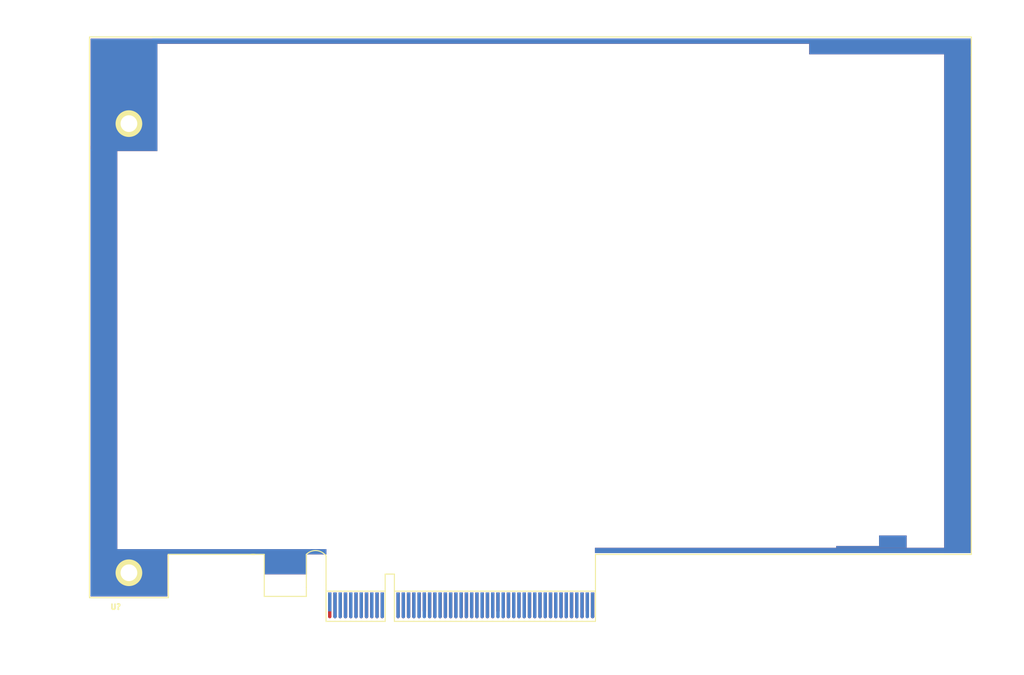
<source format=kicad_pcb>
(kicad_pcb (version 3) (host pcbnew "(2013-07-07 BZR 4022)-stable")

  (general
    (links 0)
    (no_connects 0)
    (area 88.498214 27.98144 338.975375 223.669939)
    (thickness 1.6)
    (drawings 16)
    (tracks 0)
    (zones 0)
    (modules 1)
    (nets 1)
  )

  (page A3)
  (layers
    (15 F.Cu signal)
    (0 B.Cu signal)
    (16 B.Adhes user)
    (17 F.Adhes user)
    (18 B.Paste user)
    (19 F.Paste user)
    (20 B.SilkS user)
    (21 F.SilkS user)
    (22 B.Mask user)
    (23 F.Mask user)
    (24 Dwgs.User user)
    (25 Cmts.User user)
    (26 Eco1.User user)
    (27 Eco2.User user)
    (28 Edge.Cuts user)
  )

  (setup
    (last_trace_width 0.254)
    (trace_clearance 0.254)
    (zone_clearance 0.508)
    (zone_45_only no)
    (trace_min 0.254)
    (segment_width 0.2)
    (edge_width 0.1)
    (via_size 0.889)
    (via_drill 0.635)
    (via_min_size 0.889)
    (via_min_drill 0.508)
    (uvia_size 0.508)
    (uvia_drill 0.127)
    (uvias_allowed no)
    (uvia_min_size 0.508)
    (uvia_min_drill 0.127)
    (pcb_text_width 0.3)
    (pcb_text_size 1.5 1.5)
    (mod_edge_width 0.2)
    (mod_text_size 1 1)
    (mod_text_width 0.15)
    (pad_size 8 4.8)
    (pad_drill 0.6)
    (pad_to_mask_clearance 0)
    (aux_axis_origin 0 0)
    (visible_elements 7FFFFFFF)
    (pcbplotparams
      (layerselection 3178497)
      (usegerberextensions true)
      (excludeedgelayer true)
      (linewidth 0.150000)
      (plotframeref false)
      (viasonmask false)
      (mode 1)
      (useauxorigin false)
      (hpglpennumber 1)
      (hpglpenspeed 20)
      (hpglpendiameter 15)
      (hpglpenoverlay 2)
      (psnegative false)
      (psa4output false)
      (plotreference true)
      (plotvalue true)
      (plotothertext true)
      (plotinvisibletext false)
      (padsonsilk false)
      (subtractmaskfromsilk false)
      (outputformat 1)
      (mirror false)
      (drillshape 1)
      (scaleselection 1)
      (outputdirectory ""))
  )

  (net 0 "")

  (net_class Default "This is the default net class."
    (clearance 0.254)
    (trace_width 0.254)
    (via_dia 0.889)
    (via_drill 0.635)
    (uvia_dia 0.508)
    (uvia_drill 0.127)
    (add_net "")
  )

  (module TOFE_8X_FullHeight (layer F.Cu) (tedit 561E1F81) (tstamp 561E26AC)
    (at 125.08484 196.68744)
    (path /5603FC64)
    (fp_text reference U? (at 5 1.75) (layer F.SilkS)
      (effects (font (size 1.016 1.016) (thickness 0.254)))
    )
    (fp_text value TOFE_VGA_Expansion_Board_8x_FullHeight (at 19.175 -10.75) (layer F.SilkS) hide
      (effects (font (size 1.016 1.016) (thickness 0.254)))
    )
    (fp_line (start 167.5 -8.25) (end 167.75 -8.25) (layer F.SilkS) (width 0.2))
    (fp_line (start 167.75 -8.25) (end 167.75 -8.55) (layer F.SilkS) (width 0.2))
    (fp_line (start 167.75 -66.55) (end 167.75 -8.575) (layer F.SilkS) (width 0.2))
    (fp_line (start 167.75 -70.9) (end 167.75 -66.55) (layer F.SilkS) (width 0.2))
    (fp_line (start 167.75 -89.1) (end 167.75 -70.9) (layer F.SilkS) (width 0.2))
    (fp_line (start 167.75 -103.225) (end 167.75 -89.15) (layer F.SilkS) (width 0.2))
    (fp_line (start 167.75 -106.275) (end 167.75 -103.225) (layer F.SilkS) (width 0.2))
    (fp_line (start 167.475 -106.75) (end 167.75 -106.75) (layer F.SilkS) (width 0.2))
    (fp_line (start 167.75 -106.75) (end 167.75 -106.275) (layer F.SilkS) (width 0.2))
    (fp_line (start 45 4.5) (end 45 -2.5) (layer F.SilkS) (width 0.2))
    (fp_line (start 45 -2.5) (end 45 -8) (layer F.SilkS) (width 0.2))
    (fp_line (start 45 -8) (end 44.75 -8.25) (layer F.SilkS) (width 0.2))
    (fp_arc (start 43 -6.5) (end 41.25 -8.25) (angle 90) (layer F.SilkS) (width 0.2))
    (fp_line (start 96.25 -8.25) (end 167.5 -8.25) (layer F.SilkS) (width 0.2))
    (fp_line (start 96.25 -0.75) (end 96.25 -8.25) (layer F.SilkS) (width 0.2))
    (fp_line (start 33.25 -0.25) (end 41.25 -0.25) (layer F.SilkS) (width 0.2))
    (fp_line (start 41.25 -2) (end 41.25 -0.25) (layer F.SilkS) (width 0.2))
    (fp_line (start 41.25 -2) (end 41.25 -8.25) (layer F.SilkS) (width 0.2))
    (fp_line (start 33.25 -0.25) (end 33.25 -8.25) (layer F.SilkS) (width 0.2))
    (fp_line (start 33.25 -8.25) (end 30.75 -8.25) (layer F.SilkS) (width 0.2))
    (fp_line (start 31.5 -8.25) (end 31 -8.25) (layer F.SilkS) (width 0.2))
    (fp_line (start 0 -0.25) (end 0 0) (layer F.SilkS) (width 0.2))
    (fp_line (start 0 0) (end 15 0) (layer F.SilkS) (width 0.2))
    (fp_line (start 15 0) (end 15 -0.25) (layer F.SilkS) (width 0.2))
    (fp_line (start 0 -0.25) (end 0 -106.75) (layer F.SilkS) (width 0.2))
    (fp_line (start 15 -0.25) (end 15 -8.25) (layer F.SilkS) (width 0.2))
    (fp_line (start 15 -8.25) (end 31.25 -8.25) (layer F.SilkS) (width 0.2))
    (fp_line (start 167.5 -106.75) (end 0 -106.75) (layer F.SilkS) (width 0.2))
    (fp_line (start 96.25 -1.25) (end 58 -1.25) (layer F.SilkS) (width 0.2))
    (fp_line (start 96.25 4.5) (end 96.25 -1.25) (layer F.SilkS) (width 0.2))
    (fp_line (start 58 4.5) (end 96.25 4.5) (layer F.SilkS) (width 0.2))
    (fp_line (start 58 -4.5) (end 58 4.5) (layer F.SilkS) (width 0.2))
    (fp_line (start 56.25 -4.5) (end 58 -4.5) (layer F.SilkS) (width 0.2))
    (fp_line (start 56.25 -4.5) (end 56.25 4.5) (layer F.SilkS) (width 0.2))
    (fp_line (start 56.25 -1.25) (end 45 -1.25) (layer F.SilkS) (width 0.2))
    (fp_line (start 45 4.5) (end 56.25 4.5) (layer F.SilkS) (width 0.2))
    (pad "" connect circle (at 64.6996 3.60124) (size 0.65024 0.65024)
      (layers F.Cu F.Mask)
    )
    (pad B1 connect rect (at 45.7004 1.3) (size 0.65024 4.59994)
      (layers F.Cu B.Mask)
    )
    (pad B2 connect rect (at 46.70116 1.3) (size 0.65024 4.59994)
      (layers F.Cu B.Mask)
    )
    (pad B3 connect rect (at 47.69938 1.3) (size 0.65024 4.59994)
      (layers F.Cu B.Mask)
    )
    (pad B4 connect rect (at 48.70014 1.3) (size 0.65024 4.59994)
      (layers F.Cu B.Mask)
    )
    (pad B5 connect rect (at 49.7009 1.3) (size 0.65024 4.59994)
      (layers F.Cu B.Mask)
    )
    (pad B6 connect rect (at 50.69912 1.3) (size 0.65024 4.59994)
      (layers F.Cu B.Mask)
    )
    (pad B7 connect rect (at 51.69988 1.3) (size 0.65024 4.59994)
      (layers F.Cu B.Mask)
    )
    (pad B8 connect rect (at 52.70064 1.3) (size 0.65024 4.59994)
      (layers F.Cu B.Mask)
    )
    (pad B9 connect rect (at 53.69886 1.3) (size 0.65024 4.59994)
      (layers F.Cu B.Mask)
    )
    (pad B10 connect rect (at 54.69962 1.3) (size 0.65024 4.59994)
      (layers F.Cu B.Mask)
    )
    (pad B11 connect rect (at 55.70038 1.3) (size 0.65024 4.59994)
      (layers F.Cu B.Mask)
    )
    (pad B14 connect rect (at 60.6991 1.3) (size 0.65024 4.59994)
      (layers F.Cu B.Mask)
    )
    (pad B15 connect rect (at 61.69986 1.3) (size 0.65024 4.59994)
      (layers F.Cu B.Mask)
    )
    (pad B16 connect rect (at 62.70062 1.3) (size 0.65024 4.59994)
      (layers F.Cu B.Mask)
    )
    (pad B17 connect rect (at 63.69884 0.79962) (size 0.65024 3.59918)
      (layers F.Cu B.Mask)
    )
    (pad B18 connect rect (at 64.6996 1.3) (size 0.65024 4.59994)
      (layers F.Cu B.Mask)
    )
    (pad B12 connect rect (at 58.70012 1.3) (size 0.65024 4.59994)
      (layers F.Cu B.Mask)
    )
    (pad B13 connect rect (at 59.70088 1.3) (size 0.65024 4.59994)
      (layers F.Cu B.Mask)
    )
    (pad A1 connect rect (at 45.7004 0.79962) (size 0.65024 3.59918)
      (layers B.Cu B.Mask)
    )
    (pad A2 connect rect (at 46.70116 1.3) (size 0.65024 4.59994)
      (layers B.Cu B.Mask)
    )
    (pad A3 connect rect (at 47.69938 1.3) (size 0.65024 4.59994)
      (layers B.Cu B.Mask)
    )
    (pad A4 connect rect (at 48.70014 1.3) (size 0.65024 4.59994)
      (layers B.Cu B.Mask)
    )
    (pad A5 connect rect (at 49.7009 1.3) (size 0.65024 4.59994)
      (layers B.Cu B.Mask)
    )
    (pad A6 connect rect (at 50.69912 1.3) (size 0.65024 4.59994)
      (layers B.Cu B.Mask)
    )
    (pad A7 connect rect (at 51.69988 1.3) (size 0.65024 4.59994)
      (layers B.Cu B.Mask)
    )
    (pad A8 connect rect (at 52.70064 1.3) (size 0.65024 4.59994)
      (layers B.Cu B.Mask)
    )
    (pad A9 connect rect (at 53.69886 1.3) (size 0.65024 4.59994)
      (layers B.Cu B.Mask)
    )
    (pad A10 connect rect (at 54.69962 1.3) (size 0.65024 4.59994)
      (layers B.Cu B.Mask)
    )
    (pad A11 connect rect (at 55.70038 1.3) (size 0.65024 4.59994)
      (layers B.Cu B.Mask)
    )
    (pad A14 connect rect (at 60.6991 1.3) (size 0.65024 4.59994)
      (layers B.Cu B.Mask)
    )
    (pad A15 connect rect (at 61.69986 1.3) (size 0.65024 4.59994)
      (layers B.Cu B.Mask)
    )
    (pad A16 connect rect (at 62.70062 1.3) (size 0.65024 4.59994)
      (layers B.Cu B.Mask)
    )
    (pad A17 connect rect (at 63.69884 1.3) (size 0.65024 4.59994)
      (layers B.Cu B.Mask)
    )
    (pad A18 connect rect (at 64.7 1.3) (size 0.65024 4.59994)
      (layers B.Cu B.Mask)
    )
    (pad A12 connect rect (at 58.70012 1.3) (size 0.65024 4.59994)
      (layers B.Cu B.Mask)
    )
    (pad A13 connect rect (at 59.70088 1.3) (size 0.65024 4.59994)
      (layers B.Cu B.Mask)
    )
    (pad "" connect circle (at 47.69938 3.60124) (size 0.65024 0.65024)
      (layers F.Cu F.Mask)
    )
    (pad "" connect circle (at 48.70014 3.60124) (size 0.65024 0.65024)
      (layers F.Cu F.Mask)
    )
    (pad "" connect circle (at 49.7009 3.60124) (size 0.65024 0.65024)
      (layers F.Cu F.Mask)
    )
    (pad "" connect circle (at 50.69912 3.60124) (size 0.65024 0.65024)
      (layers F.Cu F.Mask)
    )
    (pad "" connect circle (at 51.69988 3.60124) (size 0.65024 0.65024)
      (layers F.Cu F.Mask)
    )
    (pad "" connect circle (at 52.70064 3.60124) (size 0.65024 0.65024)
      (layers F.Cu F.Mask)
    )
    (pad "" connect circle (at 53.69886 3.60124) (size 0.65024 0.65024)
      (layers F.Cu F.Mask)
    )
    (pad "" connect circle (at 54.69962 3.60124) (size 0.65024 0.65024)
      (layers F.Cu F.Mask)
    )
    (pad "" connect circle (at 55.70038 3.60124) (size 0.65024 0.65024)
      (layers F.Cu F.Mask)
    )
    (pad "" connect circle (at 45.7004 3.60124) (size 0.65024 0.65024)
      (layers F.Cu F.Mask)
    )
    (pad "" connect circle (at 58.70012 3.60124) (size 0.65024 0.65024)
      (layers F.Cu F.Mask)
    )
    (pad "" connect circle (at 59.70088 3.60124) (size 0.65024 0.65024)
      (layers F.Cu F.Mask)
    )
    (pad "" connect circle (at 60.6991 3.60124) (size 0.65024 0.65024)
      (layers F.Cu F.Mask)
    )
    (pad "" connect circle (at 61.69986 3.60124) (size 0.65024 0.65024)
      (layers F.Cu F.Mask)
    )
    (pad "" connect circle (at 62.70062 3.60124) (size 0.65024 0.65024)
      (layers F.Cu F.Mask)
    )
    (pad "" connect circle (at 46.70116 3.60124) (size 0.65024 0.65024)
      (layers F.Cu F.Mask)
    )
    (pad "" connect oval (at 48.70014 3.60124 90) (size 0.65024 0.65024)
      (layers B.Cu B.Mask)
    )
    (pad "" connect oval (at 49.7009 3.60124 90) (size 0.65024 0.65024)
      (layers B.Cu B.Mask)
    )
    (pad "" connect oval (at 50.69912 3.60124 90) (size 0.65024 0.65024)
      (layers B.Cu B.Mask)
    )
    (pad "" connect oval (at 51.69988 3.60124 90) (size 0.65024 0.65024)
      (layers B.Cu B.Mask)
    )
    (pad "" connect oval (at 52.70064 3.60124 90) (size 0.65024 0.65024)
      (layers B.Cu B.Mask)
    )
    (pad "" connect oval (at 53.69886 3.60124 90) (size 0.65024 0.65024)
      (layers B.Cu B.Mask)
    )
    (pad "" connect oval (at 54.69962 3.60124 90) (size 0.65024 0.65024)
      (layers B.Cu B.Mask)
    )
    (pad "" connect oval (at 60.6991 3.60124 90) (size 0.65024 0.65024)
      (layers B.Cu B.Mask)
    )
    (pad "" connect oval (at 61.69986 3.60124 90) (size 0.65024 0.65024)
      (layers B.Cu B.Mask)
    )
    (pad "" connect oval (at 47.69938 3.60124 90) (size 0.65024 0.65024)
      (layers B.Cu B.Mask)
    )
    (pad "" connect oval (at 59.70088 3.60124 90) (size 0.65024 0.65024)
      (layers B.Cu B.Mask)
    )
    (pad "" connect oval (at 62.70062 3.60124 90) (size 0.65024 0.65024)
      (layers B.Cu B.Mask)
    )
    (pad "" connect oval (at 55.70038 3.60124 90) (size 0.65024 0.65024)
      (layers B.Cu B.Mask)
    )
    (pad "" connect oval (at 58.70012 3.60124 90) (size 0.65024 0.65024)
      (layers B.Cu B.Mask)
    )
    (pad "" connect oval (at 63.69884 3.60124 90) (size 0.65024 0.65024)
      (layers B.Cu B.Mask)
    )
    (pad "" connect oval (at 64.6996 3.60124 90) (size 0.65024 0.65024)
      (layers B.Cu B.Mask)
    )
    (pad "" connect oval (at 46.70116 3.60124 90) (size 0.65024 0.65024)
      (layers B.Cu B.Mask)
    )
    (pad B19 connect rect (at 65.7 1.3) (size 0.65024 4.59994)
      (layers F.Cu B.Mask)
    )
    (pad A19 connect rect (at 65.7 1.3) (size 0.65024 4.59994)
      (layers B.Cu B.Mask)
    )
    (pad A20 connect rect (at 66.7 1.3) (size 0.65024 4.59994)
      (layers B.Cu B.Mask)
    )
    (pad A21 connect rect (at 67.7 1.3) (size 0.65024 4.59994)
      (layers B.Cu B.Mask)
    )
    (pad A22 connect rect (at 68.7 1.3) (size 0.65024 4.59994)
      (layers B.Cu B.Mask)
    )
    (pad A23 connect rect (at 69.7 1.3) (size 0.65024 4.59994)
      (layers B.Cu B.Mask)
    )
    (pad A24 connect rect (at 70.7 1.3) (size 0.65024 4.59994)
      (layers B.Cu B.Mask)
    )
    (pad A25 connect rect (at 71.7 1.3) (size 0.65024 4.59994)
      (layers B.Cu B.Mask)
    )
    (pad A26 connect rect (at 72.7 1.3) (size 0.65024 4.59994)
      (layers B.Cu B.Mask)
    )
    (pad A27 connect rect (at 73.7 1.3) (size 0.65024 4.59994)
      (layers B.Cu B.Mask)
    )
    (pad A28 connect rect (at 74.7 1.3) (size 0.65024 4.59994)
      (layers B.Cu B.Mask)
    )
    (pad A29 connect rect (at 75.7 1.3) (size 0.65024 4.59994)
      (layers B.Cu B.Mask)
    )
    (pad A30 connect rect (at 76.7 1.3) (size 0.65024 4.59994)
      (layers B.Cu B.Mask)
    )
    (pad A31 connect rect (at 77.7 1.3) (size 0.65024 4.59994)
      (layers B.Cu B.Mask)
    )
    (pad A32 connect rect (at 78.7 1.3) (size 0.65024 4.59994)
      (layers B.Cu B.Mask)
    )
    (pad A33 connect rect (at 79.7 1.3) (size 0.65024 4.59994)
      (layers B.Cu B.Mask)
    )
    (pad A34 connect rect (at 80.7 1.3) (size 0.65024 4.59994)
      (layers B.Cu B.Mask)
    )
    (pad A35 connect rect (at 81.7 1.3) (size 0.65024 4.59994)
      (layers B.Cu B.Mask)
    )
    (pad A36 connect rect (at 82.7 1.3) (size 0.65024 4.59994)
      (layers B.Cu B.Mask)
    )
    (pad A37 connect rect (at 83.7 1.3) (size 0.65024 4.59994)
      (layers B.Cu B.Mask)
    )
    (pad A38 connect rect (at 84.7 1.3) (size 0.65024 4.59994)
      (layers B.Cu B.Mask)
    )
    (pad A39 connect rect (at 85.7 1.3) (size 0.65024 4.59994)
      (layers B.Cu B.Mask)
    )
    (pad A40 connect rect (at 86.7 1.3) (size 0.65024 4.59994)
      (layers B.Cu B.Mask)
    )
    (pad A41 connect rect (at 87.7 1.3) (size 0.65024 4.59994)
      (layers B.Cu B.Mask)
    )
    (pad A42 connect rect (at 88.7 1.3) (size 0.65024 4.59994)
      (layers B.Cu B.Mask)
    )
    (pad A43 connect rect (at 89.7 1.3) (size 0.65024 4.59994)
      (layers B.Cu B.Mask)
    )
    (pad A44 connect rect (at 90.7 1.3) (size 0.65024 4.59994)
      (layers B.Cu B.Mask)
    )
    (pad A45 connect rect (at 91.7 1.3) (size 0.65024 4.59994)
      (layers B.Cu B.Mask)
    )
    (pad A46 connect rect (at 92.7 1.3) (size 0.65024 4.59994)
      (layers B.Cu B.Mask)
    )
    (pad A47 connect rect (at 93.7 1.3) (size 0.65024 4.59994)
      (layers B.Cu B.Mask)
    )
    (pad A48 connect rect (at 94.7 1.3) (size 0.65024 4.59994)
      (layers B.Cu B.Mask)
    )
    (pad A49 connect rect (at 95.7 1.3) (size 0.65024 4.59994)
      (layers B.Cu B.Mask)
    )
    (pad B20 connect rect (at 66.7 1.3) (size 0.65024 4.59994)
      (layers F.Cu B.Mask)
    )
    (pad B21 connect rect (at 67.7 1.3) (size 0.65024 4.59994)
      (layers F.Cu B.Mask)
    )
    (pad B22 connect rect (at 68.7 1.3) (size 0.65024 4.59994)
      (layers F.Cu B.Mask)
    )
    (pad B23 connect rect (at 69.7 1.3) (size 0.65024 4.59994)
      (layers F.Cu B.Mask)
    )
    (pad B24 connect rect (at 70.7 1.3) (size 0.65024 4.59994)
      (layers F.Cu B.Mask)
    )
    (pad B25 connect rect (at 71.7 1.3) (size 0.65024 4.59994)
      (layers F.Cu B.Mask)
    )
    (pad B26 connect rect (at 72.7 1.3) (size 0.65024 4.59994)
      (layers F.Cu B.Mask)
    )
    (pad B27 connect rect (at 73.7 1.3) (size 0.65024 4.59994)
      (layers F.Cu B.Mask)
    )
    (pad B28 connect rect (at 74.7 1.3) (size 0.65024 4.59994)
      (layers F.Cu B.Mask)
    )
    (pad B29 connect rect (at 75.7 1.3) (size 0.65024 4.59994)
      (layers F.Cu B.Mask)
    )
    (pad B30 connect rect (at 76.7 1.3) (size 0.65024 4.59994)
      (layers F.Cu B.Mask)
    )
    (pad B31 connect rect (at 77.7 0.8) (size 0.65024 3.59918)
      (layers F.Cu B.Mask)
    )
    (pad B32 connect rect (at 78.7 1.3) (size 0.65024 4.59994)
      (layers F.Cu B.Mask)
    )
    (pad B33 connect rect (at 79.7 1.3) (size 0.65024 4.59994)
      (layers F.Cu B.Mask)
    )
    (pad B34 connect rect (at 80.7 1.3) (size 0.65024 4.59994)
      (layers F.Cu B.Mask)
    )
    (pad B35 connect rect (at 81.7 1.3) (size 0.65024 4.59994)
      (layers F.Cu B.Mask)
    )
    (pad B36 connect rect (at 82.7 1.3) (size 0.65024 4.59994)
      (layers F.Cu B.Mask)
    )
    (pad B37 connect rect (at 83.7 1.3) (size 0.65024 4.59994)
      (layers F.Cu B.Mask)
    )
    (pad B38 connect rect (at 84.7 1.3) (size 0.65024 4.59994)
      (layers F.Cu B.Mask)
    )
    (pad B39 connect rect (at 85.7 1.3) (size 0.65024 4.59994)
      (layers F.Cu B.Mask)
    )
    (pad B40 connect rect (at 86.7 1.3) (size 0.65024 4.59994)
      (layers F.Cu B.Mask)
    )
    (pad B41 connect rect (at 87.7 1.3) (size 0.65024 4.59994)
      (layers F.Cu B.Mask)
    )
    (pad B42 connect rect (at 88.7 1.3) (size 0.65024 4.59994)
      (layers F.Cu B.Mask)
    )
    (pad B43 connect rect (at 89.7 1.3) (size 0.65024 4.59994)
      (layers F.Cu B.Mask)
    )
    (pad B44 connect rect (at 90.7 1.3) (size 0.65024 4.59994)
      (layers F.Cu B.Mask)
    )
    (pad B45 connect rect (at 91.7 1.3) (size 0.65024 4.59994)
      (layers F.Cu B.Mask)
    )
    (pad B46 connect rect (at 92.7 1.3) (size 0.65024 4.59994)
      (layers F.Cu B.Mask)
    )
    (pad B47 connect rect (at 93.7 1.3) (size 0.65024 4.59994)
      (layers F.Cu B.Mask)
    )
    (pad B48 connect rect (at 94.7 0.8) (size 0.65024 3.59918)
      (layers F.Cu B.Mask)
    )
    (pad B49 connect rect (at 95.7 1.3) (size 0.65024 4.59994)
      (layers F.Cu B.Mask)
    )
    (pad "" connect oval (at 65.7 3.60124) (size 0.65024 0.65024)
      (layers F.Cu B.Mask)
    )
    (pad "" connect oval (at 66.7 3.60124) (size 0.65024 0.65024)
      (layers F.Cu B.Mask)
    )
    (pad "" connect oval (at 67.7 3.60124) (size 0.65024 0.65024)
      (layers F.Cu B.Mask)
    )
    (pad "" connect oval (at 68.7 3.60124) (size 0.65024 0.65024)
      (layers F.Cu B.Mask)
    )
    (pad "" connect oval (at 69.7 3.60124) (size 0.65024 0.65024)
      (layers F.Cu B.Mask)
    )
    (pad "" connect oval (at 70.7 3.60124) (size 0.65024 0.65024)
      (layers F.Cu B.Mask)
    )
    (pad "" connect oval (at 71.7 3.60124) (size 0.65024 0.65024)
      (layers F.Cu B.Mask)
    )
    (pad "" connect oval (at 72.7 3.60124) (size 0.65024 0.65024)
      (layers F.Cu B.Mask)
    )
    (pad "" connect oval (at 90.7 3.60124) (size 0.65024 0.65024)
      (layers F.Cu B.Mask)
    )
    (pad "" connect oval (at 73.7 3.60124) (size 0.65024 0.65024)
      (layers F.Cu B.Mask)
    )
    (pad "" connect oval (at 74.7 3.60124) (size 0.65024 0.65024)
      (layers F.Cu B.Mask)
    )
    (pad "" connect oval (at 75.7 3.60124) (size 0.65024 0.65024)
      (layers F.Cu B.Mask)
    )
    (pad "" connect oval (at 76.7 3.60124) (size 0.65024 0.65024)
      (layers F.Cu B.Mask)
    )
    (pad "" connect oval (at 78.7 3.60124) (size 0.65024 0.65024)
      (layers F.Cu B.Mask)
    )
    (pad "" connect oval (at 79.7 3.60124) (size 0.65024 0.65024)
      (layers F.Cu B.Mask)
    )
    (pad "" connect oval (at 80.7 3.60124) (size 0.65024 0.65024)
      (layers F.Cu B.Mask)
    )
    (pad "" connect oval (at 81.7 3.60124) (size 0.65024 0.65024)
      (layers F.Cu B.Mask)
    )
    (pad "" connect oval (at 82.7 3.60124) (size 0.65024 0.65024)
      (layers F.Cu B.Mask)
    )
    (pad "" connect oval (at 91.7 3.60124) (size 0.65024 0.65024)
      (layers F.Cu B.Mask)
    )
    (pad "" connect oval (at 83.7 3.60124) (size 0.65024 0.65024)
      (layers F.Cu B.Mask)
    )
    (pad "" connect oval (at 84.7 3.60124) (size 0.65024 0.65024)
      (layers F.Cu B.Mask)
    )
    (pad "" connect oval (at 85.7 3.60124) (size 0.65024 0.65024)
      (layers F.Cu B.Mask)
    )
    (pad "" connect oval (at 86.7 3.60124) (size 0.65024 0.65024)
      (layers F.Cu B.Mask)
    )
    (pad "" connect oval (at 87.7 3.60124) (size 0.65024 0.65024)
      (layers F.Cu B.Mask)
    )
    (pad "" connect oval (at 88.7 3.60124) (size 0.65024 0.65024)
      (layers F.Cu B.Mask)
    )
    (pad "" connect oval (at 89.7 3.60124) (size 0.65024 0.65024)
      (layers F.Cu B.Mask)
    )
    (pad "" connect oval (at 92.7 3.60124) (size 0.65024 0.65024)
      (layers F.Cu B.Mask)
    )
    (pad "" connect oval (at 93.7 3.60124) (size 0.65024 0.65024)
      (layers F.Cu B.Mask)
    )
    (pad "" connect oval (at 95.7 3.60124) (size 0.65024 0.65024)
      (layers F.Cu B.Mask)
    )
    (pad "" connect oval (at 65.7 3.60124 90) (size 0.65024 0.65024)
      (layers B.Cu B.Mask)
    )
    (pad "" connect oval (at 66.7 3.60124 90) (size 0.65024 0.65024)
      (layers B.Cu B.Mask)
    )
    (pad "" connect oval (at 67.7 3.60124 90) (size 0.65024 0.65024)
      (layers B.Cu B.Mask)
    )
    (pad "" connect oval (at 68.7 3.60124 90) (size 0.65024 0.65024)
      (layers B.Cu B.Mask)
    )
    (pad "" connect oval (at 69.7 3.60124 90) (size 0.65024 0.65024)
      (layers B.Cu B.Mask)
    )
    (pad "" connect oval (at 70.7 3.60124 90) (size 0.65024 0.65024)
      (layers B.Cu B.Mask)
    )
    (pad "" connect oval (at 71.7 3.60124 90) (size 0.65024 0.65024)
      (layers B.Cu B.Mask)
    )
    (pad "" connect oval (at 72.7 3.60124 90) (size 0.65024 0.65024)
      (layers B.Cu B.Mask)
    )
    (pad "" connect oval (at 73.7 3.60124 90) (size 0.65024 0.65024)
      (layers B.Cu B.Mask)
    )
    (pad "" connect oval (at 74.7 3.60124 90) (size 0.65024 0.65024)
      (layers B.Cu B.Mask)
    )
    (pad "" connect oval (at 75.7 3.60124 90) (size 0.65024 0.65024)
      (layers B.Cu B.Mask)
    )
    (pad "" connect oval (at 76.7 3.60124 90) (size 0.65024 0.65024)
      (layers B.Cu B.Mask)
    )
    (pad "" connect oval (at 77.7 3.60124 90) (size 0.65024 0.65024)
      (layers B.Cu B.Mask)
    )
    (pad "" connect oval (at 78.7 3.60124 90) (size 0.65024 0.65024)
      (layers B.Cu B.Mask)
    )
    (pad "" connect oval (at 79.7 3.60124 90) (size 0.65024 0.65024)
      (layers B.Cu B.Mask)
    )
    (pad "" connect oval (at 80.7 3.60124 90) (size 0.65024 0.65024)
      (layers B.Cu B.Mask)
    )
    (pad "" connect oval (at 81.7 3.60124 90) (size 0.65024 0.65024)
      (layers B.Cu B.Mask)
    )
    (pad "" connect oval (at 82.7 3.60124 90) (size 0.65024 0.65024)
      (layers B.Cu B.Mask)
    )
    (pad "" connect oval (at 83.7 3.60124 90) (size 0.65024 0.65024)
      (layers B.Cu B.Mask)
    )
    (pad "" connect oval (at 84.7 3.60124 90) (size 0.65024 0.65024)
      (layers B.Cu B.Mask)
    )
    (pad "" connect oval (at 85.7 3.60124 90) (size 0.65024 0.65024)
      (layers B.Cu B.Mask)
    )
    (pad "" connect oval (at 86.7 3.60124 90) (size 0.65024 0.65024)
      (layers B.Cu B.Mask)
    )
    (pad "" connect oval (at 87.7 3.60124 90) (size 0.65024 0.65024)
      (layers B.Cu B.Mask)
    )
    (pad "" connect oval (at 88.7 3.60124 90) (size 0.65024 0.65024)
      (layers B.Cu B.Mask)
    )
    (pad "" connect oval (at 89.7 3.60124 90) (size 0.65024 0.65024)
      (layers B.Cu B.Mask)
    )
    (pad "" connect oval (at 90.7 3.60124 90) (size 0.65024 0.65024)
      (layers B.Cu B.Mask)
    )
    (pad "" connect oval (at 91.7 3.60124 90) (size 0.65024 0.65024)
      (layers B.Cu B.Mask)
    )
    (pad "" connect oval (at 92.7 3.60124 90) (size 0.65024 0.65024)
      (layers B.Cu B.Mask)
    )
    (pad "" connect oval (at 93.7 3.60124 90) (size 0.65024 0.65024)
      (layers B.Cu B.Mask)
    )
    (pad "" connect oval (at 94.7 3.60124 90) (size 0.65024 0.65024)
      (layers B.Cu B.Mask)
    )
    (pad "" connect oval (at 95.7 3.60124 90) (size 0.65024 0.65024)
      (layers B.Cu B.Mask)
    )
    (pad "" smd rect (at 6.57 -95.73) (size 12.7 21.4)
      (layers F.Cu F.Paste F.Mask)
    )
    (pad "" smd rect (at 7.5 -4.75) (size 14.6 9)
      (layers F.Cu F.Paste F.Mask)
    )
    (pad "" smd rect (at 74.7 -105.95) (size 125 1)
      (layers F.Cu F.Paste F.Mask)
    )
    (pad "" smd rect (at 152.28 -104.95) (size 30.75 3)
      (layers F.Cu F.Paste F.Mask)
    )
    (pad "" smd rect (at 165.12 -56.95) (size 5.08 96.9)
      (layers F.Cu F.Paste F.Mask)
    )
    (pad "" smd rect (at 131.875 -9) (size 71.45 1)
      (layers F.Cu F.Paste F.Mask)
    )
    (pad "" smd rect (at 2.75 -47) (size 5.08 78)
      (layers F.Cu F.Paste F.Mask)
    )
    (pad "" smd rect (at 24.5 -8.75) (size 19.5 1)
      (layers F.Cu F.Paste F.Mask)
    )
    (pad "" smd rect (at 37.325 -6.85) (size 8 4.8)
      (layers F.Cu F.Paste F.Mask)
    )
    (pad "" smd rect (at 6.57 -95.73) (size 12.7 21.4)
      (layers B.Cu F.Paste F.Mask)
    )
    (pad "" smd rect (at 74.45 -105.95) (size 125 1)
      (layers B.Cu F.Paste F.Mask)
    )
    (pad "" smd rect (at 152.28 -104.95) (size 30.75 3)
      (layers B.Cu F.Paste F.Mask)
    )
    (pad "" smd rect (at 165.12 -56.92) (size 5.08 96.84)
      (layers B.Cu F.Paste F.Mask)
    )
    (pad "" smd rect (at 131.875 -9) (size 71.45 1)
      (layers B.Cu F.Paste F.Mask)
    )
    (pad "" smd rect (at 2.75 -46.36) (size 5.08 78)
      (layers B.Cu F.Paste F.Mask)
    )
    (pad "" smd rect (at 7.5 -4.75) (size 14.6 9)
      (layers B.Cu F.Paste F.Mask)
    )
    (pad "" smd rect (at 24.5 -8.75) (size 19.5 1)
      (layers B.Cu F.Paste F.Mask)
    )
    (pad "" smd rect (at 37.325 -6.85) (size 8 4.8)
      (layers B.Cu F.Paste F.Mask)
    )
    (pad "" smd rect (at 43.075 -8.75) (size 4 1)
      (layers B.Cu F.Paste F.Mask)
    )
    (pad "" smd rect (at 43.075 -8.75) (size 4 1)
      (layers F.Cu F.Paste F.Mask)
    )
    (pad "" thru_hole circle (at 7.5 -90.25) (size 5.08 5.08) (drill 3.18)
      (layers *.Cu *.Mask F.SilkS)
    )
    (pad "" thru_hole circle (at 7.5 -4.75) (size 5.08 5.08) (drill 3.18)
      (layers *.Cu *.Mask F.SilkS)
    )
    (pad "" smd rect (at 146.12 -9.67) (size 8.15 0.35)
      (layers F.Cu F.Paste F.Mask)
    )
    (pad "" smd rect (at 146.12 -9.67) (size 8.15 0.35)
      (layers B.Cu F.Paste F.Mask)
    )
    (pad "" smd rect (at 152.82 -10.67) (size 5.25 2.35)
      (layers B.Cu F.Paste F.Mask)
    )
    (pad "" smd rect (at 152.82 -10.67) (size 5.25 2.35)
      (layers F.Cu F.Paste F.Mask)
    )
  )

  (dimension 167.64 (width 0.3) (layer Dwgs.User)
    (gr_text "167.640 mm" (at 209.042 84.756004) (layer Dwgs.User)
      (effects (font (size 1.5 1.5) (thickness 0.3)))
    )
    (feature1 (pts (xy 292.862 89.916) (xy 292.862 83.406004)))
    (feature2 (pts (xy 125.222 89.916) (xy 125.222 83.406004)))
    (crossbar (pts (xy 125.222 86.106004) (xy 292.862 86.106004)))
    (arrow1a (pts (xy 292.862 86.106004) (xy 291.735497 86.692424)))
    (arrow1b (pts (xy 292.862 86.106004) (xy 291.735497 85.519584)))
    (arrow2a (pts (xy 125.222 86.106004) (xy 126.348503 86.692424)))
    (arrow2b (pts (xy 125.222 86.106004) (xy 126.348503 85.519584)))
  )
  (dimension 98.552 (width 0.3) (layer Dwgs.User)
    (gr_text "98.552 mm" (at 300.181 139.192 90) (layer Dwgs.User)
      (effects (font (size 1.5 1.5) (thickness 0.3)))
    )
    (feature1 (pts (xy 292.862 89.916) (xy 301.531 89.916)))
    (feature2 (pts (xy 292.862 188.468) (xy 301.531 188.468)))
    (crossbar (pts (xy 298.831 188.468) (xy 298.831 89.916)))
    (arrow1a (pts (xy 298.831 89.916) (xy 299.41742 91.042503)))
    (arrow1b (pts (xy 298.831 89.916) (xy 298.24458 91.042503)))
    (arrow2a (pts (xy 298.831 188.468) (xy 299.41742 187.341497)))
    (arrow2b (pts (xy 298.831 188.468) (xy 298.24458 187.341497)))
  )
  (dimension 167.894 (width 0.3) (layer Dwgs.User)
    (gr_text "167.894 mm" (at 209.042 212.042999) (layer Dwgs.User)
      (effects (font (size 1.5 1.5) (thickness 0.3)))
    )
    (feature1 (pts (xy 125.095 188.468) (xy 125.095 213.392999)))
    (feature2 (pts (xy 292.989 188.468) (xy 292.989 213.392999)))
    (crossbar (pts (xy 292.989 210.692999) (xy 125.095 210.692999)))
    (arrow1a (pts (xy 125.095 210.692999) (xy 126.221503 210.106579)))
    (arrow1b (pts (xy 125.095 210.692999) (xy 126.221503 211.279419)))
    (arrow2a (pts (xy 292.989 210.692999) (xy 291.862497 210.106579)))
    (arrow2b (pts (xy 292.989 210.692999) (xy 291.862497 211.279419)))
  )
  (dimension 71.501 (width 0.3) (layer Dwgs.User)
    (gr_text "71.501 mm" (at 257.1115 205.058002) (layer Dwgs.User)
      (effects (font (size 1.5 1.5) (thickness 0.3)))
    )
    (feature1 (pts (xy 292.862 188.468) (xy 292.862 206.408002)))
    (feature2 (pts (xy 221.361 188.468) (xy 221.361 206.408002)))
    (crossbar (pts (xy 221.361 203.708002) (xy 292.862 203.708002)))
    (arrow1a (pts (xy 292.862 203.708002) (xy 291.735497 204.294422)))
    (arrow1b (pts (xy 292.862 203.708002) (xy 291.735497 203.121582)))
    (arrow2a (pts (xy 221.361 203.708002) (xy 222.487503 204.294422)))
    (arrow2b (pts (xy 221.361 203.708002) (xy 222.487503 203.121582)))
  )
  (dimension 38.227 (width 0.3) (layer Dwgs.User)
    (gr_text "38.227 mm" (at 202.2475 205.058) (layer Dwgs.User)
      (effects (font (size 1.5 1.5) (thickness 0.3)))
    )
    (feature1 (pts (xy 221.361 201.168) (xy 221.361 206.408)))
    (feature2 (pts (xy 183.134 201.168) (xy 183.134 206.408)))
    (crossbar (pts (xy 183.134 203.708) (xy 221.361 203.708)))
    (arrow1a (pts (xy 221.361 203.708) (xy 220.234497 204.29442)))
    (arrow1b (pts (xy 221.361 203.708) (xy 220.234497 203.12158)))
    (arrow2a (pts (xy 183.134 203.708) (xy 184.260503 204.29442)))
    (arrow2b (pts (xy 183.134 203.708) (xy 184.260503 203.12158)))
  )
  (dimension 11.303 (width 0.3) (layer Dwgs.User)
    (gr_text "11.303 mm" (at 175.133 206.629) (layer Dwgs.User)
      (effects (font (size 1.5 1.5) (thickness 0.3)))
    )
    (feature1 (pts (xy 181.356 201.168) (xy 181.356 205.264999)))
    (feature2 (pts (xy 170.053 201.168) (xy 170.053 205.264999)))
    (crossbar (pts (xy 170.053 202.564999) (xy 181.356 202.564999)))
    (arrow1a (pts (xy 181.356 202.564999) (xy 180.229497 203.151419)))
    (arrow1b (pts (xy 181.356 202.564999) (xy 180.229497 201.978579)))
    (arrow2a (pts (xy 170.053 202.564999) (xy 171.179503 203.151419)))
    (arrow2b (pts (xy 170.053 202.564999) (xy 171.179503 201.978579)))
  )
  (dimension 3.81 (width 0.3) (layer Dwgs.User)
    (gr_text "3.810 mm" (at 160.401 202.946) (layer Dwgs.User)
      (effects (font (size 1.5 1.5) (thickness 0.3)))
    )
    (feature1 (pts (xy 170.18 201.168) (xy 170.18 205.391999)))
    (feature2 (pts (xy 166.37 201.168) (xy 166.37 205.391999)))
    (crossbar (pts (xy 166.37 202.691999) (xy 170.18 202.691999)))
    (arrow1a (pts (xy 170.18 202.691999) (xy 169.053497 203.278419)))
    (arrow1b (pts (xy 170.18 202.691999) (xy 169.053497 202.105579)))
    (arrow2a (pts (xy 166.37 202.691999) (xy 167.496503 203.278419)))
    (arrow2b (pts (xy 166.37 202.691999) (xy 167.496503 202.105579)))
  )
  (dimension 1.778 (width 0.3) (layer Dwgs.User)
    (gr_text "1.778 mm" (at 187.198 207.899) (layer Dwgs.User)
      (effects (font (size 1.5 1.5) (thickness 0.3)))
    )
    (feature1 (pts (xy 183.134 192.151) (xy 183.134 206.407999)))
    (feature2 (pts (xy 181.356 192.151) (xy 181.356 206.407999)))
    (crossbar (pts (xy 181.356 203.707999) (xy 183.134 203.707999)))
    (arrow1a (pts (xy 183.134 203.707999) (xy 182.007497 204.294419)))
    (arrow1b (pts (xy 183.134 203.707999) (xy 182.007497 203.121579)))
    (arrow2a (pts (xy 181.356 203.707999) (xy 182.482503 204.294419)))
    (arrow2b (pts (xy 181.356 203.707999) (xy 182.482503 203.121579)))
  )
  (dimension 14.986 (width 0.3) (layer Dwgs.User)
    (gr_text "14.986 mm" (at 132.588 200.866999) (layer Dwgs.User)
      (effects (font (size 1.5 1.5) (thickness 0.3)))
    )
    (feature1 (pts (xy 140.081 196.723) (xy 140.081 202.216999)))
    (feature2 (pts (xy 125.095 196.723) (xy 125.095 202.216999)))
    (crossbar (pts (xy 125.095 199.516999) (xy 140.081 199.516999)))
    (arrow1a (pts (xy 140.081 199.516999) (xy 138.954497 200.103419)))
    (arrow1b (pts (xy 140.081 199.516999) (xy 138.954497 198.930579)))
    (arrow2a (pts (xy 125.095 199.516999) (xy 126.221503 200.103419)))
    (arrow2b (pts (xy 125.095 199.516999) (xy 126.221503 198.930579)))
  )
  (dimension 8.001 (width 0.3) (layer Dwgs.User)
    (gr_text "8.001 mm" (at 160.528 199.517) (layer Dwgs.User)
      (effects (font (size 1.5 1.5) (thickness 0.3)))
    )
    (feature1 (pts (xy 166.37 196.469) (xy 166.37 200.438999)))
    (feature2 (pts (xy 158.369 196.469) (xy 158.369 200.438999)))
    (crossbar (pts (xy 158.369 197.738999) (xy 166.37 197.738999)))
    (arrow1a (pts (xy 166.37 197.738999) (xy 165.243497 198.325419)))
    (arrow1b (pts (xy 166.37 197.738999) (xy 165.243497 197.152579)))
    (arrow2a (pts (xy 158.369 197.738999) (xy 159.495503 198.325419)))
    (arrow2b (pts (xy 158.369 197.738999) (xy 159.495503 197.152579)))
  )
  (dimension 18.288 (width 0.3) (layer Dwgs.User)
    (gr_text "18.288 mm" (at 149.225 191.469) (layer Dwgs.User)
      (effects (font (size 1.5 1.5) (thickness 0.3)))
    )
    (feature1 (pts (xy 158.369 188.468) (xy 158.369 192.819)))
    (feature2 (pts (xy 140.081 188.468) (xy 140.081 192.819)))
    (crossbar (pts (xy 140.081 190.119) (xy 158.369 190.119)))
    (arrow1a (pts (xy 158.369 190.119) (xy 157.242497 190.70542)))
    (arrow1b (pts (xy 158.369 190.119) (xy 157.242497 189.53258)))
    (arrow2a (pts (xy 140.081 190.119) (xy 141.207503 190.70542)))
    (arrow2b (pts (xy 140.081 190.119) (xy 141.207503 189.53258)))
  )
  (dimension 12.446 (width 0.3) (layer Dwgs.User)
    (gr_text "12.446 mm" (at 167.687 194.945 270) (layer Dwgs.User)
      (effects (font (size 1.5 1.5) (thickness 0.3)))
    )
    (feature1 (pts (xy 170.053 201.168) (xy 166.337 201.168)))
    (feature2 (pts (xy 170.053 188.722) (xy 166.337 188.722)))
    (crossbar (pts (xy 169.037 188.722) (xy 169.037 201.168)))
    (arrow1a (pts (xy 169.037 201.168) (xy 168.45058 200.041497)))
    (arrow1b (pts (xy 169.037 201.168) (xy 169.62342 200.041497)))
    (arrow2a (pts (xy 169.037 188.722) (xy 168.45058 189.848503)))
    (arrow2b (pts (xy 169.037 188.722) (xy 169.62342 189.848503)))
  )
  (dimension 4.699 (width 0.3) (layer Dwgs.User)
    (gr_text "4.699 mm" (at 123.698 202.819 270) (layer Dwgs.User)
      (effects (font (size 1.5 1.5) (thickness 0.3)))
    )
    (feature1 (pts (xy 132.588 196.723) (xy 121.125001 196.723)))
    (feature2 (pts (xy 132.588 192.024) (xy 121.125001 192.024)))
    (crossbar (pts (xy 123.825001 192.024) (xy 123.825001 196.723)))
    (arrow1a (pts (xy 123.825001 196.723) (xy 123.238581 195.596497)))
    (arrow1b (pts (xy 123.825001 196.723) (xy 124.411421 195.596497)))
    (arrow2a (pts (xy 123.825001 192.024) (xy 123.238581 193.150503)))
    (arrow2b (pts (xy 123.825001 192.024) (xy 124.411421 193.150503)))
  )
  (dimension 3.556 (width 0.3) (layer Dwgs.User)
    (gr_text "3.556 mm" (at 123.063 182.245 90) (layer Dwgs.User)
      (effects (font (size 1.5 1.5) (thickness 0.3)))
    )
    (feature1 (pts (xy 132.588 188.468) (xy 121.252 188.468)))
    (feature2 (pts (xy 132.588 192.024) (xy 121.252 192.024)))
    (crossbar (pts (xy 123.952 192.024) (xy 123.952 188.468)))
    (arrow1a (pts (xy 123.952 188.468) (xy 124.53842 189.594503)))
    (arrow1b (pts (xy 123.952 188.468) (xy 123.36558 189.594503)))
    (arrow2a (pts (xy 123.952 192.024) (xy 124.53842 190.897497)))
    (arrow2b (pts (xy 123.952 192.024) (xy 123.36558 190.897497)))
  )
  (dimension 106.807 (width 0.3) (layer Dwgs.User)
    (gr_text "106.807 mm" (at 114.347 143.3195 270) (layer Dwgs.User)
      (effects (font (size 1.5 1.5) (thickness 0.3)))
    )
    (feature1 (pts (xy 125.095 196.723) (xy 112.997 196.723)))
    (feature2 (pts (xy 125.095 89.916) (xy 112.997 89.916)))
    (crossbar (pts (xy 115.697 89.916) (xy 115.697 196.723)))
    (arrow1a (pts (xy 115.697 196.723) (xy 115.11058 195.596497)))
    (arrow1b (pts (xy 115.697 196.723) (xy 116.28342 195.596497)))
    (arrow2a (pts (xy 115.697 89.916) (xy 115.11058 91.042503)))
    (arrow2b (pts (xy 115.697 89.916) (xy 116.28342 91.042503)))
  )
  (dimension 85.598 (width 0.3) (layer Dwgs.User)
    (gr_text 85.500mm (at 119.046001 149.224999 270) (layer Dwgs.User)
      (effects (font (size 1.5 1.5) (thickness 0.3)))
    )
    (feature1 (pts (xy 132.588 192.024) (xy 117.696001 192.023999)))
    (feature2 (pts (xy 132.588 106.426) (xy 117.696001 106.425999)))
    (crossbar (pts (xy 120.396001 106.425999) (xy 120.396001 192.023999)))
    (arrow1a (pts (xy 120.396001 192.023999) (xy 119.809581 190.897496)))
    (arrow1b (pts (xy 120.396001 192.023999) (xy 120.982421 190.897496)))
    (arrow2a (pts (xy 120.396001 106.425999) (xy 119.809581 107.552502)))
    (arrow2b (pts (xy 120.396001 106.425999) (xy 120.982421 107.552502)))
  )

)

</source>
